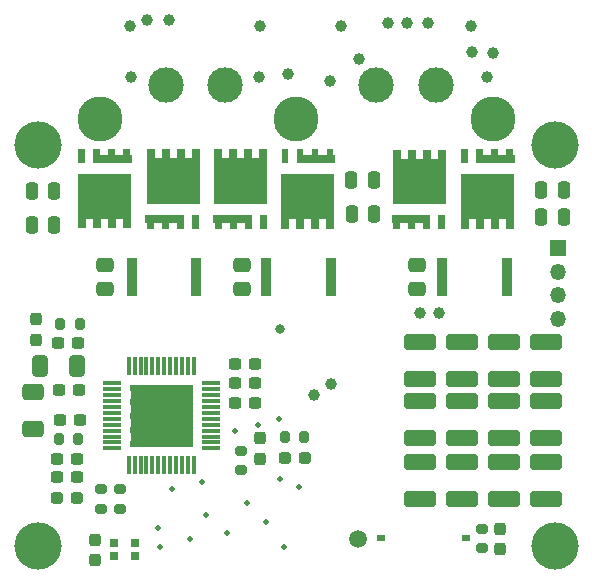
<source format=gbr>
%TF.GenerationSoftware,KiCad,Pcbnew,(7.0.0-0)*%
%TF.CreationDate,2023-03-29T23:18:46+02:00*%
%TF.ProjectId,Nauthiluscontroller,4e617574-6869-46c7-9573-636f6e74726f,rev?*%
%TF.SameCoordinates,Original*%
%TF.FileFunction,Soldermask,Top*%
%TF.FilePolarity,Negative*%
%FSLAX46Y46*%
G04 Gerber Fmt 4.6, Leading zero omitted, Abs format (unit mm)*
G04 Created by KiCad (PCBNEW (7.0.0-0)) date 2023-03-29 23:18:46*
%MOMM*%
%LPD*%
G01*
G04 APERTURE LIST*
G04 Aperture macros list*
%AMRoundRect*
0 Rectangle with rounded corners*
0 $1 Rounding radius*
0 $2 $3 $4 $5 $6 $7 $8 $9 X,Y pos of 4 corners*
0 Add a 4 corners polygon primitive as box body*
4,1,4,$2,$3,$4,$5,$6,$7,$8,$9,$2,$3,0*
0 Add four circle primitives for the rounded corners*
1,1,$1+$1,$2,$3*
1,1,$1+$1,$4,$5*
1,1,$1+$1,$6,$7*
1,1,$1+$1,$8,$9*
0 Add four rect primitives between the rounded corners*
20,1,$1+$1,$2,$3,$4,$5,0*
20,1,$1+$1,$4,$5,$6,$7,0*
20,1,$1+$1,$6,$7,$8,$9,0*
20,1,$1+$1,$8,$9,$2,$3,0*%
G04 Aperture macros list end*
%ADD10C,0.010000*%
%ADD11RoundRect,0.200000X-0.200000X-0.275000X0.200000X-0.275000X0.200000X0.275000X-0.200000X0.275000X0*%
%ADD12RoundRect,0.249997X1.100003X-0.412503X1.100003X0.412503X-1.100003X0.412503X-1.100003X-0.412503X0*%
%ADD13RoundRect,0.250000X0.475000X-0.337500X0.475000X0.337500X-0.475000X0.337500X-0.475000X-0.337500X0*%
%ADD14RoundRect,0.237500X-0.300000X-0.237500X0.300000X-0.237500X0.300000X0.237500X-0.300000X0.237500X0*%
%ADD15RoundRect,0.237500X0.300000X0.237500X-0.300000X0.237500X-0.300000X-0.237500X0.300000X-0.237500X0*%
%ADD16RoundRect,0.249997X0.412503X0.650003X-0.412503X0.650003X-0.412503X-0.650003X0.412503X-0.650003X0*%
%ADD17RoundRect,0.249997X0.650003X-0.412503X0.650003X0.412503X-0.650003X0.412503X-0.650003X-0.412503X0*%
%ADD18RoundRect,0.237500X0.237500X-0.300000X0.237500X0.300000X-0.237500X0.300000X-0.237500X-0.300000X0*%
%ADD19R,0.300000X1.500000*%
%ADD20R,1.500000X0.300000*%
%ADD21C,0.600000*%
%ADD22RoundRect,0.200000X0.275000X-0.200000X0.275000X0.200000X-0.275000X0.200000X-0.275000X-0.200000X0*%
%ADD23RoundRect,0.200000X-0.275000X0.200000X-0.275000X-0.200000X0.275000X-0.200000X0.275000X0.200000X0*%
%ADD24C,2.600000*%
%ADD25C,3.800000*%
%ADD26C,1.000000*%
%ADD27RoundRect,0.237500X0.237500X-0.287500X0.237500X0.287500X-0.237500X0.287500X-0.237500X-0.287500X0*%
%ADD28RoundRect,0.237500X-0.287500X-0.237500X0.287500X-0.237500X0.287500X0.237500X-0.287500X0.237500X0*%
%ADD29RoundRect,0.237500X0.287500X0.237500X-0.287500X0.237500X-0.287500X-0.237500X0.287500X-0.237500X0*%
%ADD30C,3.000000*%
%ADD31C,4.000000*%
%ADD32RoundRect,0.250000X-0.250000X-0.475000X0.250000X-0.475000X0.250000X0.475000X-0.250000X0.475000X0*%
%ADD33C,0.800000*%
%ADD34RoundRect,0.250000X0.250000X0.475000X-0.250000X0.475000X-0.250000X-0.475000X0.250000X-0.475000X0*%
%ADD35R,0.800000X0.600000*%
%ADD36R,0.900000X3.200000*%
%ADD37R,1.350000X1.350000*%
%ADD38O,1.350000X1.350000*%
%ADD39RoundRect,0.237500X-0.237500X0.300000X-0.237500X-0.300000X0.237500X-0.300000X0.237500X0.300000X0*%
%ADD40C,1.500000*%
%ADD41C,0.500000*%
%ADD42R,0.700000X0.700000*%
G04 APERTURE END LIST*
%TO.C,U3*%
G36*
X131208000Y-108207000D02*
G01*
X126038000Y-108207000D01*
X126038000Y-103037000D01*
X131208000Y-103037000D01*
X131208000Y-108207000D01*
G37*
D10*
X131208000Y-108207000D02*
X126038000Y-108207000D01*
X126038000Y-103037000D01*
X131208000Y-103037000D01*
X131208000Y-108207000D01*
%TO.C,Q2*%
G36*
X122100000Y-84115000D02*
G01*
X121600000Y-84115000D01*
X121600000Y-83015000D01*
X122100000Y-83015000D01*
X122100000Y-84115000D01*
G37*
X122100000Y-84115000D02*
X121600000Y-84115000D01*
X121600000Y-83015000D01*
X122100000Y-83015000D01*
X122100000Y-84115000D01*
G36*
X123370000Y-83515000D02*
G01*
X124140000Y-83515000D01*
X124140000Y-83015000D01*
X124640000Y-83015000D01*
X124640000Y-83515000D01*
X125410000Y-83515000D01*
X125410000Y-83015000D01*
X125910000Y-83015000D01*
X125910000Y-83515000D01*
X126070000Y-83515000D01*
X126070000Y-84115000D01*
X122870000Y-84115000D01*
X122870000Y-83015000D01*
X123370000Y-83015000D01*
X123370000Y-83515000D01*
G37*
X123370000Y-83515000D02*
X124140000Y-83515000D01*
X124140000Y-83015000D01*
X124640000Y-83015000D01*
X124640000Y-83515000D01*
X125410000Y-83515000D01*
X125410000Y-83015000D01*
X125910000Y-83015000D01*
X125910000Y-83515000D01*
X126070000Y-83515000D01*
X126070000Y-84115000D01*
X122870000Y-84115000D01*
X122870000Y-83015000D01*
X123370000Y-83015000D01*
X123370000Y-83515000D01*
G36*
X125960000Y-89665000D02*
G01*
X125360000Y-89665000D01*
X125360000Y-88865000D01*
X124690000Y-88865000D01*
X124690000Y-89665000D01*
X124090000Y-89665000D01*
X124090000Y-88865000D01*
X123420000Y-88865000D01*
X123420000Y-89665000D01*
X122820000Y-89665000D01*
X122820000Y-88865000D01*
X122150000Y-88865000D01*
X122150000Y-89665000D01*
X121550000Y-89665000D01*
X121550000Y-85115000D01*
X125960000Y-85115000D01*
X125960000Y-89665000D01*
G37*
X125960000Y-89665000D02*
X125360000Y-89665000D01*
X125360000Y-88865000D01*
X124690000Y-88865000D01*
X124690000Y-89665000D01*
X124090000Y-89665000D01*
X124090000Y-88865000D01*
X123420000Y-88865000D01*
X123420000Y-89665000D01*
X122820000Y-89665000D01*
X122820000Y-88865000D01*
X122150000Y-88865000D01*
X122150000Y-89665000D01*
X121550000Y-89665000D01*
X121550000Y-85115000D01*
X125960000Y-85115000D01*
X125960000Y-89665000D01*
%TO.C,Q5*%
G36*
X131750000Y-89675000D02*
G01*
X131250000Y-89675000D01*
X131250000Y-88575000D01*
X131750000Y-88575000D01*
X131750000Y-89675000D01*
G37*
X131750000Y-89675000D02*
X131250000Y-89675000D01*
X131250000Y-88575000D01*
X131750000Y-88575000D01*
X131750000Y-89675000D01*
G36*
X130480000Y-89675000D02*
G01*
X129980000Y-89675000D01*
X129980000Y-89175000D01*
X129210000Y-89175000D01*
X129210000Y-89675000D01*
X128710000Y-89675000D01*
X128710000Y-89175000D01*
X127940000Y-89175000D01*
X127940000Y-89675000D01*
X127440000Y-89675000D01*
X127440000Y-89175000D01*
X127280000Y-89175000D01*
X127280000Y-88575000D01*
X130480000Y-88575000D01*
X130480000Y-89675000D01*
G37*
X130480000Y-89675000D02*
X129980000Y-89675000D01*
X129980000Y-89175000D01*
X129210000Y-89175000D01*
X129210000Y-89675000D01*
X128710000Y-89675000D01*
X128710000Y-89175000D01*
X127940000Y-89175000D01*
X127940000Y-89675000D01*
X127440000Y-89675000D01*
X127440000Y-89175000D01*
X127280000Y-89175000D01*
X127280000Y-88575000D01*
X130480000Y-88575000D01*
X130480000Y-89675000D01*
G36*
X127990000Y-83825000D02*
G01*
X128660000Y-83825000D01*
X128660000Y-83025000D01*
X129260000Y-83025000D01*
X129260000Y-83825000D01*
X129930000Y-83825000D01*
X129930000Y-83025000D01*
X130530000Y-83025000D01*
X130530000Y-83825000D01*
X131200000Y-83825000D01*
X131200000Y-83025000D01*
X131800000Y-83025000D01*
X131800000Y-87575000D01*
X127390000Y-87575000D01*
X127390000Y-83025000D01*
X127990000Y-83025000D01*
X127990000Y-83825000D01*
G37*
X127990000Y-83825000D02*
X128660000Y-83825000D01*
X128660000Y-83025000D01*
X129260000Y-83025000D01*
X129260000Y-83825000D01*
X129930000Y-83825000D01*
X129930000Y-83025000D01*
X130530000Y-83025000D01*
X130530000Y-83825000D01*
X131200000Y-83825000D01*
X131200000Y-83025000D01*
X131800000Y-83025000D01*
X131800000Y-87575000D01*
X127390000Y-87575000D01*
X127390000Y-83025000D01*
X127990000Y-83025000D01*
X127990000Y-83825000D01*
%TO.C,Q3*%
G36*
X139310000Y-84145000D02*
G01*
X138810000Y-84145000D01*
X138810000Y-83045000D01*
X139310000Y-83045000D01*
X139310000Y-84145000D01*
G37*
X139310000Y-84145000D02*
X138810000Y-84145000D01*
X138810000Y-83045000D01*
X139310000Y-83045000D01*
X139310000Y-84145000D01*
G36*
X140580000Y-83545000D02*
G01*
X141350000Y-83545000D01*
X141350000Y-83045000D01*
X141850000Y-83045000D01*
X141850000Y-83545000D01*
X142620000Y-83545000D01*
X142620000Y-83045000D01*
X143120000Y-83045000D01*
X143120000Y-83545000D01*
X143280000Y-83545000D01*
X143280000Y-84145000D01*
X140080000Y-84145000D01*
X140080000Y-83045000D01*
X140580000Y-83045000D01*
X140580000Y-83545000D01*
G37*
X140580000Y-83545000D02*
X141350000Y-83545000D01*
X141350000Y-83045000D01*
X141850000Y-83045000D01*
X141850000Y-83545000D01*
X142620000Y-83545000D01*
X142620000Y-83045000D01*
X143120000Y-83045000D01*
X143120000Y-83545000D01*
X143280000Y-83545000D01*
X143280000Y-84145000D01*
X140080000Y-84145000D01*
X140080000Y-83045000D01*
X140580000Y-83045000D01*
X140580000Y-83545000D01*
G36*
X143170000Y-89695000D02*
G01*
X142570000Y-89695000D01*
X142570000Y-88895000D01*
X141900000Y-88895000D01*
X141900000Y-89695000D01*
X141300000Y-89695000D01*
X141300000Y-88895000D01*
X140630000Y-88895000D01*
X140630000Y-89695000D01*
X140030000Y-89695000D01*
X140030000Y-88895000D01*
X139360000Y-88895000D01*
X139360000Y-89695000D01*
X138760000Y-89695000D01*
X138760000Y-85145000D01*
X143170000Y-85145000D01*
X143170000Y-89695000D01*
G37*
X143170000Y-89695000D02*
X142570000Y-89695000D01*
X142570000Y-88895000D01*
X141900000Y-88895000D01*
X141900000Y-89695000D01*
X141300000Y-89695000D01*
X141300000Y-88895000D01*
X140630000Y-88895000D01*
X140630000Y-89695000D01*
X140030000Y-89695000D01*
X140030000Y-88895000D01*
X139360000Y-88895000D01*
X139360000Y-89695000D01*
X138760000Y-89695000D01*
X138760000Y-85145000D01*
X143170000Y-85145000D01*
X143170000Y-89695000D01*
%TO.C,Q6*%
G36*
X137480000Y-89675000D02*
G01*
X136980000Y-89675000D01*
X136980000Y-88575000D01*
X137480000Y-88575000D01*
X137480000Y-89675000D01*
G37*
X137480000Y-89675000D02*
X136980000Y-89675000D01*
X136980000Y-88575000D01*
X137480000Y-88575000D01*
X137480000Y-89675000D01*
G36*
X136210000Y-89675000D02*
G01*
X135710000Y-89675000D01*
X135710000Y-89175000D01*
X134940000Y-89175000D01*
X134940000Y-89675000D01*
X134440000Y-89675000D01*
X134440000Y-89175000D01*
X133670000Y-89175000D01*
X133670000Y-89675000D01*
X133170000Y-89675000D01*
X133170000Y-89175000D01*
X133010000Y-89175000D01*
X133010000Y-88575000D01*
X136210000Y-88575000D01*
X136210000Y-89675000D01*
G37*
X136210000Y-89675000D02*
X135710000Y-89675000D01*
X135710000Y-89175000D01*
X134940000Y-89175000D01*
X134940000Y-89675000D01*
X134440000Y-89675000D01*
X134440000Y-89175000D01*
X133670000Y-89175000D01*
X133670000Y-89675000D01*
X133170000Y-89675000D01*
X133170000Y-89175000D01*
X133010000Y-89175000D01*
X133010000Y-88575000D01*
X136210000Y-88575000D01*
X136210000Y-89675000D01*
G36*
X133720000Y-83825000D02*
G01*
X134390000Y-83825000D01*
X134390000Y-83025000D01*
X134990000Y-83025000D01*
X134990000Y-83825000D01*
X135660000Y-83825000D01*
X135660000Y-83025000D01*
X136260000Y-83025000D01*
X136260000Y-83825000D01*
X136930000Y-83825000D01*
X136930000Y-83025000D01*
X137530000Y-83025000D01*
X137530000Y-87575000D01*
X133120000Y-87575000D01*
X133120000Y-83025000D01*
X133720000Y-83025000D01*
X133720000Y-83825000D01*
G37*
X133720000Y-83825000D02*
X134390000Y-83825000D01*
X134390000Y-83025000D01*
X134990000Y-83025000D01*
X134990000Y-83825000D01*
X135660000Y-83825000D01*
X135660000Y-83025000D01*
X136260000Y-83025000D01*
X136260000Y-83825000D01*
X136930000Y-83825000D01*
X136930000Y-83025000D01*
X137530000Y-83025000D01*
X137530000Y-87575000D01*
X133120000Y-87575000D01*
X133120000Y-83025000D01*
X133720000Y-83025000D01*
X133720000Y-83825000D01*
%TO.C,Q4*%
G36*
X154540000Y-84155000D02*
G01*
X154040000Y-84155000D01*
X154040000Y-83055000D01*
X154540000Y-83055000D01*
X154540000Y-84155000D01*
G37*
X154540000Y-84155000D02*
X154040000Y-84155000D01*
X154040000Y-83055000D01*
X154540000Y-83055000D01*
X154540000Y-84155000D01*
G36*
X155810000Y-83555000D02*
G01*
X156580000Y-83555000D01*
X156580000Y-83055000D01*
X157080000Y-83055000D01*
X157080000Y-83555000D01*
X157850000Y-83555000D01*
X157850000Y-83055000D01*
X158350000Y-83055000D01*
X158350000Y-83555000D01*
X158510000Y-83555000D01*
X158510000Y-84155000D01*
X155310000Y-84155000D01*
X155310000Y-83055000D01*
X155810000Y-83055000D01*
X155810000Y-83555000D01*
G37*
X155810000Y-83555000D02*
X156580000Y-83555000D01*
X156580000Y-83055000D01*
X157080000Y-83055000D01*
X157080000Y-83555000D01*
X157850000Y-83555000D01*
X157850000Y-83055000D01*
X158350000Y-83055000D01*
X158350000Y-83555000D01*
X158510000Y-83555000D01*
X158510000Y-84155000D01*
X155310000Y-84155000D01*
X155310000Y-83055000D01*
X155810000Y-83055000D01*
X155810000Y-83555000D01*
G36*
X158400000Y-89705000D02*
G01*
X157800000Y-89705000D01*
X157800000Y-88905000D01*
X157130000Y-88905000D01*
X157130000Y-89705000D01*
X156530000Y-89705000D01*
X156530000Y-88905000D01*
X155860000Y-88905000D01*
X155860000Y-89705000D01*
X155260000Y-89705000D01*
X155260000Y-88905000D01*
X154590000Y-88905000D01*
X154590000Y-89705000D01*
X153990000Y-89705000D01*
X153990000Y-85155000D01*
X158400000Y-85155000D01*
X158400000Y-89705000D01*
G37*
X158400000Y-89705000D02*
X157800000Y-89705000D01*
X157800000Y-88905000D01*
X157130000Y-88905000D01*
X157130000Y-89705000D01*
X156530000Y-89705000D01*
X156530000Y-88905000D01*
X155860000Y-88905000D01*
X155860000Y-89705000D01*
X155260000Y-89705000D01*
X155260000Y-88905000D01*
X154590000Y-88905000D01*
X154590000Y-89705000D01*
X153990000Y-89705000D01*
X153990000Y-85155000D01*
X158400000Y-85155000D01*
X158400000Y-89705000D01*
%TO.C,Q7*%
G36*
X152600000Y-89725000D02*
G01*
X152100000Y-89725000D01*
X152100000Y-88625000D01*
X152600000Y-88625000D01*
X152600000Y-89725000D01*
G37*
X152600000Y-89725000D02*
X152100000Y-89725000D01*
X152100000Y-88625000D01*
X152600000Y-88625000D01*
X152600000Y-89725000D01*
G36*
X151330000Y-89725000D02*
G01*
X150830000Y-89725000D01*
X150830000Y-89225000D01*
X150060000Y-89225000D01*
X150060000Y-89725000D01*
X149560000Y-89725000D01*
X149560000Y-89225000D01*
X148790000Y-89225000D01*
X148790000Y-89725000D01*
X148290000Y-89725000D01*
X148290000Y-89225000D01*
X148130000Y-89225000D01*
X148130000Y-88625000D01*
X151330000Y-88625000D01*
X151330000Y-89725000D01*
G37*
X151330000Y-89725000D02*
X150830000Y-89725000D01*
X150830000Y-89225000D01*
X150060000Y-89225000D01*
X150060000Y-89725000D01*
X149560000Y-89725000D01*
X149560000Y-89225000D01*
X148790000Y-89225000D01*
X148790000Y-89725000D01*
X148290000Y-89725000D01*
X148290000Y-89225000D01*
X148130000Y-89225000D01*
X148130000Y-88625000D01*
X151330000Y-88625000D01*
X151330000Y-89725000D01*
G36*
X148840000Y-83875000D02*
G01*
X149510000Y-83875000D01*
X149510000Y-83075000D01*
X150110000Y-83075000D01*
X150110000Y-83875000D01*
X150780000Y-83875000D01*
X150780000Y-83075000D01*
X151380000Y-83075000D01*
X151380000Y-83875000D01*
X152050000Y-83875000D01*
X152050000Y-83075000D01*
X152650000Y-83075000D01*
X152650000Y-87625000D01*
X148240000Y-87625000D01*
X148240000Y-83075000D01*
X148840000Y-83075000D01*
X148840000Y-83875000D01*
G37*
X148840000Y-83875000D02*
X149510000Y-83875000D01*
X149510000Y-83075000D01*
X150110000Y-83075000D01*
X150110000Y-83875000D01*
X150780000Y-83875000D01*
X150780000Y-83075000D01*
X151380000Y-83075000D01*
X151380000Y-83875000D01*
X152050000Y-83875000D01*
X152050000Y-83075000D01*
X152650000Y-83075000D01*
X152650000Y-87625000D01*
X148240000Y-87625000D01*
X148240000Y-83075000D01*
X148840000Y-83075000D01*
X148840000Y-83875000D01*
%TD*%
D11*
%TO.C,R8*%
X139075000Y-107450000D03*
X140725000Y-107450000D03*
%TD*%
D12*
%TO.C,C50*%
X150520000Y-112624500D03*
X150520000Y-109499500D03*
%TD*%
%TO.C,C49*%
X154120000Y-112624500D03*
X154120000Y-109499500D03*
%TD*%
%TO.C,C46*%
X154120000Y-107524500D03*
X154120000Y-104399500D03*
%TD*%
%TO.C,C45*%
X154120000Y-102462000D03*
X154120000Y-99337000D03*
%TD*%
D13*
%TO.C,C32*%
X150300000Y-94917500D03*
X150300000Y-92842500D03*
%TD*%
D14*
%TO.C,C29*%
X134875000Y-104550000D03*
X136600000Y-104550000D03*
%TD*%
D15*
%TO.C,C19*%
X121597500Y-99460000D03*
X119872500Y-99460000D03*
%TD*%
D16*
%TO.C,C18*%
X121467500Y-101430000D03*
X118342500Y-101430000D03*
%TD*%
D15*
%TO.C,C17*%
X121690000Y-103410000D03*
X119965000Y-103410000D03*
%TD*%
D17*
%TO.C,C13*%
X117800000Y-106762500D03*
X117800000Y-103637500D03*
%TD*%
D14*
%TO.C,C28*%
X134855000Y-102880000D03*
X136580000Y-102880000D03*
%TD*%
%TO.C,C14*%
X119778000Y-109247000D03*
X121503000Y-109247000D03*
%TD*%
D18*
%TO.C,C23*%
X136990000Y-109232500D03*
X136990000Y-107507500D03*
%TD*%
D14*
%TO.C,C15*%
X119778000Y-110835000D03*
X121503000Y-110835000D03*
%TD*%
D12*
%TO.C,C42*%
X150520000Y-107524500D03*
X150520000Y-104399500D03*
%TD*%
D19*
%TO.C,U3*%
X125872999Y-109821999D03*
X126372999Y-109821999D03*
X126872999Y-109821999D03*
X127372999Y-109821999D03*
X127872999Y-109821999D03*
X128372999Y-109821999D03*
X128872999Y-109821999D03*
X129372999Y-109821999D03*
X129872999Y-109821999D03*
X130372999Y-109821999D03*
X130872999Y-109821999D03*
X131372999Y-109821999D03*
D20*
X132822999Y-108371999D03*
X132822999Y-107871999D03*
X132822999Y-107371999D03*
X132822999Y-106871999D03*
X132822999Y-106371999D03*
X132822999Y-105871999D03*
X132822999Y-105371999D03*
X132822999Y-104871999D03*
X132822999Y-104371999D03*
X132822999Y-103871999D03*
X132822999Y-103371999D03*
X132822999Y-102871999D03*
D19*
X131372999Y-101421999D03*
X130872999Y-101421999D03*
X130372999Y-101421999D03*
X129872999Y-101421999D03*
X129372999Y-101421999D03*
X128872999Y-101421999D03*
X128372999Y-101421999D03*
X127872999Y-101421999D03*
X127372999Y-101421999D03*
X126872999Y-101421999D03*
X126372999Y-101421999D03*
X125872999Y-101421999D03*
D20*
X124422999Y-102871999D03*
X124422999Y-103371999D03*
X124422999Y-103871999D03*
X124422999Y-104371999D03*
X124422999Y-104871999D03*
X124422999Y-105371999D03*
X124422999Y-105871999D03*
X124422999Y-106371999D03*
X124422999Y-106871999D03*
X124422999Y-107371999D03*
X124422999Y-107871999D03*
X124422999Y-108371999D03*
D21*
X126223000Y-108022000D03*
X126223000Y-106822000D03*
X126223000Y-105622000D03*
X126223000Y-104422000D03*
X126223000Y-103222000D03*
X127423000Y-108022000D03*
X127423000Y-106822000D03*
X127423000Y-105622000D03*
X127423000Y-104422000D03*
X127423000Y-103222000D03*
X128623000Y-108022000D03*
X128623000Y-106822000D03*
X128623000Y-105622000D03*
X128623000Y-104422000D03*
X128623000Y-103222000D03*
X129823000Y-108022000D03*
X129823000Y-106822000D03*
X129823000Y-105622000D03*
X129823000Y-104422000D03*
X129823000Y-103222000D03*
X131023000Y-108022000D03*
X131023000Y-106822000D03*
X131023000Y-105622000D03*
X131023000Y-104422000D03*
X131023000Y-103222000D03*
%TD*%
D22*
%TO.C,R2*%
X125100000Y-113485000D03*
X125100000Y-111835000D03*
%TD*%
D23*
%TO.C,R10*%
X135370000Y-108560000D03*
X135370000Y-110210000D03*
%TD*%
D24*
%TO.C,U15*%
X156697360Y-80500000D03*
D25*
X156697360Y-80500000D03*
%TD*%
D11*
%TO.C,R5*%
X119930000Y-107560000D03*
X121580000Y-107560000D03*
%TD*%
D14*
%TO.C,C16*%
X120042500Y-105985000D03*
X121767500Y-105985000D03*
%TD*%
D13*
%TO.C,C30*%
X123830000Y-94917500D03*
X123830000Y-92842500D03*
%TD*%
D14*
%TO.C,C27*%
X134867500Y-101210000D03*
X136592500Y-101210000D03*
%TD*%
D22*
%TO.C,R1*%
X123500000Y-113485000D03*
X123500000Y-111835000D03*
%TD*%
D12*
%TO.C,C48*%
X161222000Y-102462000D03*
X161222000Y-99337000D03*
%TD*%
%TO.C,C43*%
X161222000Y-107524500D03*
X161222000Y-104399500D03*
%TD*%
%TO.C,C41*%
X161222000Y-112624500D03*
X161222000Y-109499500D03*
%TD*%
%TO.C,C39*%
X157662000Y-102462000D03*
X157662000Y-99337000D03*
%TD*%
D24*
%TO.C,U13*%
X123400000Y-80500000D03*
D25*
X123400000Y-80500000D03*
%TD*%
D26*
%TO.C,U9*%
X136870000Y-76950000D03*
%TD*%
%TO.C,U10*%
X142950000Y-77300000D03*
%TD*%
D12*
%TO.C,C44*%
X157650000Y-112624500D03*
X157650000Y-109499500D03*
%TD*%
D11*
%TO.C,R7*%
X120080000Y-97860000D03*
X121730000Y-97860000D03*
%TD*%
D27*
%TO.C,D2*%
X118030000Y-99185000D03*
X118030000Y-97435000D03*
%TD*%
D28*
%TO.C,D3*%
X139075000Y-109150000D03*
X140825000Y-109150000D03*
%TD*%
D29*
%TO.C,D1*%
X121515500Y-112610000D03*
X119765500Y-112610000D03*
%TD*%
D26*
%TO.C,J4*%
X143850000Y-72620000D03*
X154850000Y-72620000D03*
D30*
X146850000Y-77620000D03*
X151850000Y-77620000D03*
%TD*%
D26*
%TO.C,U12*%
X156220000Y-76950000D03*
%TD*%
D31*
%TO.C,H2*%
X118170000Y-116680000D03*
%TD*%
D26*
%TO.C,U8*%
X126080000Y-76950000D03*
%TD*%
D12*
%TO.C,C47*%
X150520000Y-102462000D03*
X150520000Y-99337000D03*
%TD*%
D32*
%TO.C,C38*%
X144750000Y-88570000D03*
X146650000Y-88570000D03*
%TD*%
D24*
%TO.C,U14*%
X140048680Y-80500000D03*
D25*
X140048680Y-80500000D03*
%TD*%
D33*
%TO.C,TP17*%
X138700000Y-98250000D03*
%TD*%
D32*
%TO.C,C33*%
X144720000Y-85640000D03*
X146620000Y-85640000D03*
%TD*%
D13*
%TO.C,C31*%
X135490000Y-94917500D03*
X135490000Y-92842500D03*
%TD*%
D31*
%TO.C,H1*%
X118170000Y-82680001D03*
%TD*%
D34*
%TO.C,C34*%
X119560000Y-89450000D03*
X117660000Y-89450000D03*
%TD*%
%TO.C,C36*%
X119550000Y-86600000D03*
X117650000Y-86600000D03*
%TD*%
D32*
%TO.C,C35*%
X160800000Y-88825000D03*
X162700000Y-88825000D03*
%TD*%
%TO.C,C37*%
X160790000Y-86530000D03*
X162690000Y-86530000D03*
%TD*%
D31*
%TO.C,H3*%
X161927359Y-82680001D03*
%TD*%
%TO.C,H4*%
X161927359Y-116680000D03*
%TD*%
D23*
%TO.C,R16*%
X155760000Y-115190000D03*
X155760000Y-116840000D03*
%TD*%
D35*
%TO.C,SW1*%
X154401039Y-115979999D03*
X147198959Y-115979999D03*
%TD*%
D36*
%TO.C,R11*%
X131609999Y-93879999D03*
X126109999Y-93879999D03*
%TD*%
%TO.C,R12*%
X142979999Y-93879999D03*
X137479999Y-93879999D03*
%TD*%
%TO.C,R13*%
X157879999Y-93879999D03*
X152379999Y-93879999D03*
%TD*%
D26*
%TO.C,U11*%
X139360000Y-76700000D03*
%TD*%
D12*
%TO.C,C40*%
X157650000Y-107524500D03*
X157650000Y-104399500D03*
%TD*%
D26*
%TO.C,J9*%
X156720000Y-74860000D03*
%TD*%
%TO.C,J12*%
X154980000Y-74800000D03*
%TD*%
D37*
%TO.C,J6*%
X162229999Y-91399999D03*
D38*
X162229999Y-93399999D03*
X162229999Y-95399999D03*
X162229999Y-97399999D03*
%TD*%
D39*
%TO.C,C51*%
X157350000Y-115160000D03*
X157350000Y-116885000D03*
%TD*%
D40*
%TO.C,J5*%
X145290000Y-116090000D03*
%TD*%
D41*
%TO.C,TP1*%
X128330000Y-115150000D03*
%TD*%
%TO.C,TP3*%
X138980000Y-116730000D03*
%TD*%
%TO.C,TP5*%
X131050000Y-116050000D03*
%TD*%
%TO.C,TP7*%
X134200000Y-115560000D03*
%TD*%
%TO.C,TP9*%
X137500000Y-114610000D03*
%TD*%
%TO.C,TP11*%
X132450000Y-114050000D03*
%TD*%
%TO.C,TP10*%
X128550000Y-116700000D03*
%TD*%
%TO.C,TP12*%
X129500000Y-111780000D03*
%TD*%
%TO.C,TP2*%
X140250000Y-111650000D03*
%TD*%
%TO.C,TP4*%
X135851000Y-112970511D03*
%TD*%
%TO.C,TP6*%
X138700000Y-111000000D03*
%TD*%
%TO.C,TP8*%
X132060000Y-111260000D03*
%TD*%
D26*
%TO.C,J15*%
X151180000Y-72320000D03*
%TD*%
%TO.C,J10*%
X149470000Y-72350000D03*
%TD*%
%TO.C,J13*%
X147850000Y-72360000D03*
%TD*%
%TO.C,J14*%
X129260000Y-72110000D03*
%TD*%
%TO.C,J1*%
X126000000Y-72620000D03*
X137000000Y-72620000D03*
D30*
X129000000Y-77620000D03*
X134000000Y-77620000D03*
%TD*%
D26*
%TO.C,J11*%
X127430000Y-72080000D03*
%TD*%
D41*
%TO.C,TP18*%
X134870000Y-106890000D03*
%TD*%
%TO.C,TP20*%
X136790000Y-106380000D03*
%TD*%
D26*
%TO.C,J21*%
X141580000Y-103820000D03*
%TD*%
%TO.C,J2*%
X152150000Y-96900000D03*
%TD*%
D39*
%TO.C,C52*%
X123020000Y-116135000D03*
X123020000Y-117860000D03*
%TD*%
D26*
%TO.C,J20*%
X143040000Y-102930000D03*
%TD*%
D41*
%TO.C,TP19*%
X138570000Y-105880000D03*
%TD*%
D26*
%TO.C,J19*%
X145380000Y-75440000D03*
%TD*%
D42*
%TO.C,D4*%
X124599999Y-116409999D03*
X124599999Y-117509999D03*
X126429999Y-117509999D03*
X126429999Y-116409999D03*
%TD*%
D26*
%TO.C,J3*%
X150550000Y-96900000D03*
%TD*%
M02*

</source>
